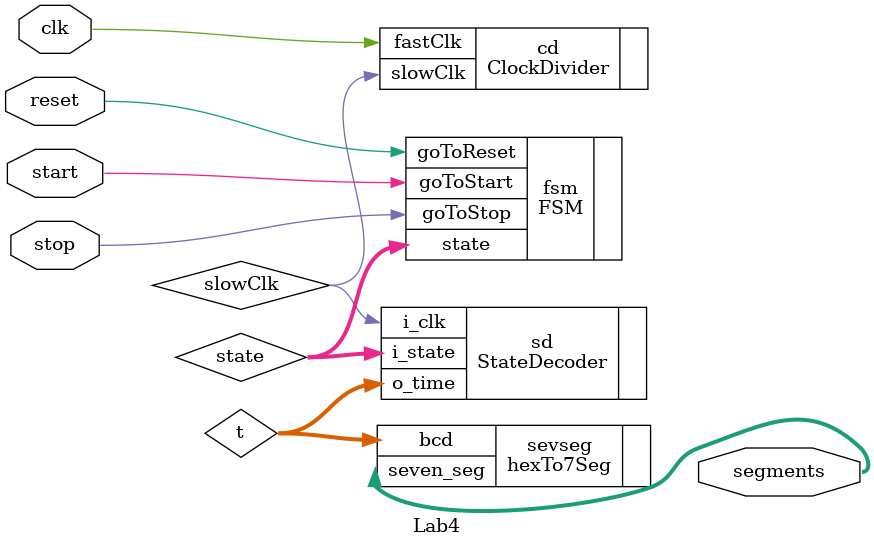
<source format=v>
module Lab4(
	input wire start, 
	stop, 
	reset, 
	clk, 
	output [6:0] segments
	);	
	
	wire [3:0] t; //time
	wire [2:0] state;
	wire slowClk;
	// assign clk to a pin (P11 in pin planner)

	// trigger when state changes
	FSM fsm(.goToStart(start), .goToStop(stop), .goToReset(reset), .state(state));  
	
	// trigger when clock ticks
	ClockDivider cd (.fastClk(clk), .slowClk(slowClk));
	
	// change state based on time
	StateDecoder sd (.i_state(state), .i_clk(slowClk), .o_time(t));

	// connect o_time to 7 seg display
	hexTo7Seg sevseg(.bcd(t), .seven_seg(segments));

endmodule
</source>
